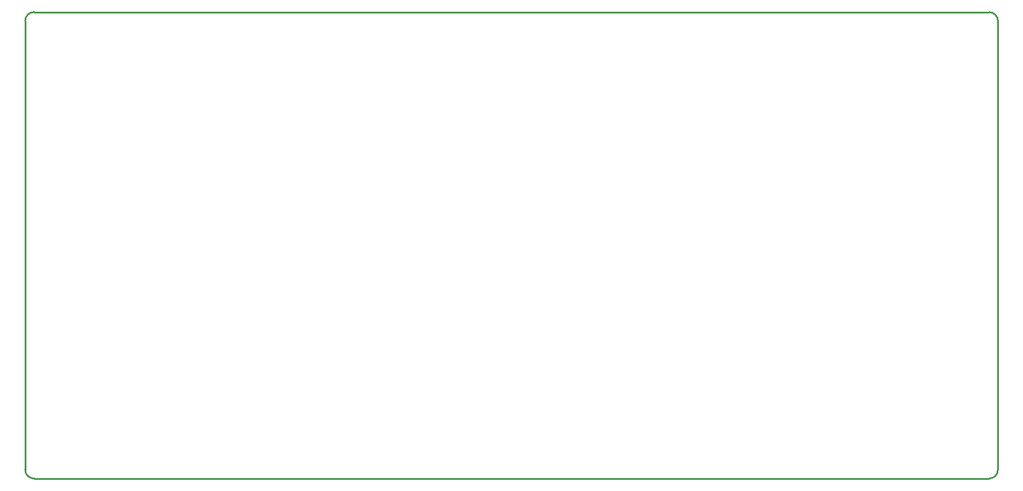
<source format=gm1>
G04 #@! TF.GenerationSoftware,KiCad,Pcbnew,6.0.0-unknown-f1f26a9~86~ubuntu18.04.1*
G04 #@! TF.CreationDate,2019-06-07T10:14:52-04:00*
G04 #@! TF.ProjectId,backlight_controller_6x3,6261636b-6c69-4676-9874-5f636f6e7472,1.0*
G04 #@! TF.SameCoordinates,Original*
G04 #@! TF.FileFunction,Profile,NP*
%FSLAX46Y46*%
G04 Gerber Fmt 4.6, Leading zero omitted, Abs format (unit mm)*
G04 Created by KiCad (PCBNEW 6.0.0-unknown-f1f26a9~86~ubuntu18.04.1) date 2019-06-07 10:14:52*
%MOMM*%
%LPD*%
G04 APERTURE LIST*
%ADD10C,0.228600*%
G04 APERTURE END LIST*
D10*
X191135000Y-137795000D02*
G75*
G02X189865000Y-139065000I-1270000J0D01*
G01*
X52070000Y-139065000D02*
G75*
G02X50800000Y-137795000I0J1270000D01*
G01*
X50800000Y-73025000D02*
G75*
G02X52070000Y-71755000I1270000J0D01*
G01*
X189865000Y-71755000D02*
G75*
G02X191135000Y-73025000I0J-1270000D01*
G01*
X189865000Y-71755000D02*
X52070000Y-71755000D01*
X191135000Y-137795000D02*
X191135000Y-73025000D01*
X52070000Y-139065000D02*
X189865000Y-139065000D01*
X50800000Y-73025000D02*
X50800000Y-137795000D01*
M02*

</source>
